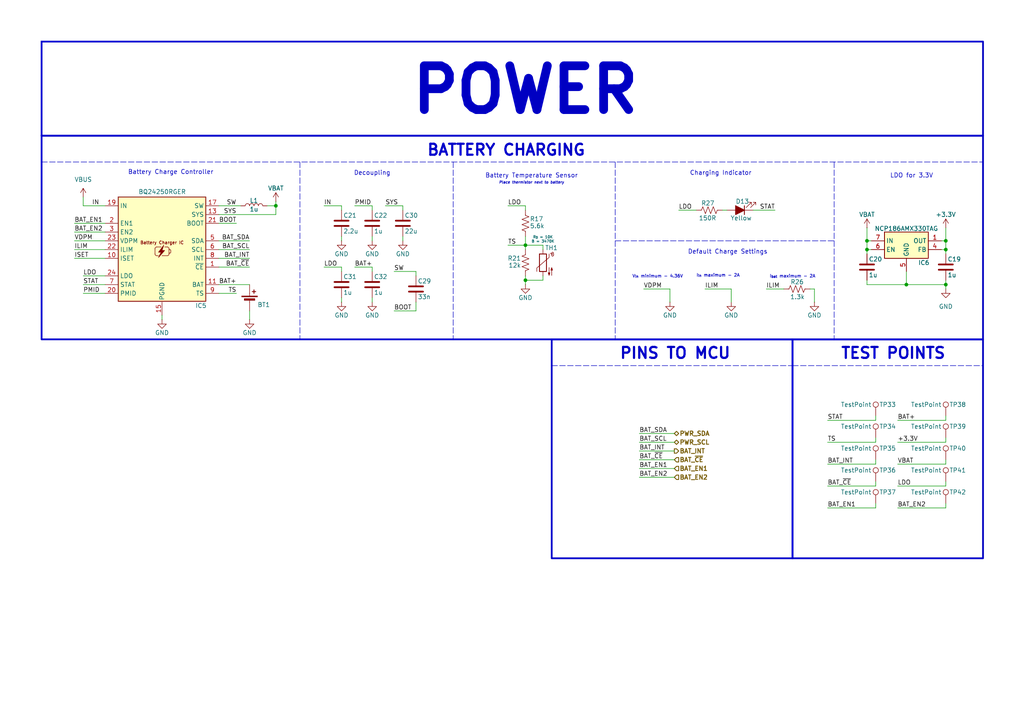
<source format=kicad_sch>
(kicad_sch (version 20231120) (generator "eeschema") (generator_version "8.0")
  (paper "A4")
  (lib_symbols
    (symbol "AA_Power_ICs:BQ24250RGET"
      (property "Reference" "IC5" (at 9.652 -18.796 0))
      (property "Value" "BQ24250RGER" (at -6.858 14.224 0))
      (symbol "BQ24250RGET_0_1"
        (arc (start -2.032 -3.81) (mid -1.8832 -4.1692) (end -1.524 -4.318))
        (arc (start -1.524 -1.778) (mid -1.8832 -1.9268) (end -2.032 -2.286))
        (polyline (pts (xy -2.032 -2.286) (xy -2.032 -3.81)))
        (polyline (pts (xy -1.524 -4.318) (xy -1.016 -4.318)))
        (polyline (pts (xy -1.524 -1.778) (xy -0.254 -1.778)))
        (polyline (pts (xy 1.524 -4.318) (xy 0 -4.318)))
        (polyline (pts (xy 1.524 -1.778) (xy 0.762 -1.778)))
        (polyline (pts (xy 2.032 -3.81) (xy 2.032 -2.286)))
        (polyline (pts (xy 2.286 -3.556) (xy 2.032 -3.556)))
        (polyline (pts (xy 2.286 -2.54) (xy 2.032 -2.54)))
        (polyline (pts (xy 2.54 -3.302) (xy 2.54 -2.794)))
        (polyline (pts (xy 0 -2.794) (xy 0.762 -2.794) (xy -1.016 -4.826) (xy -0.254 -3.302) (xy -1.016 -3.302) (xy 0.508 -1.27) (xy 0 -2.794)) (fill (type outline)))
        (arc (start 1.524 -4.318) (mid 1.8847 -4.1707) (end 2.032 -3.81))
        (arc (start 2.032 -2.286) (mid 1.8818 -1.9282) (end 1.524 -1.778))
        (arc (start 2.286 -3.556) (mid 2.4656 -3.4816) (end 2.54 -3.302))
        (arc (start 2.54 -2.794) (mid 2.4656 -2.6144) (end 2.286 -2.54))
      )
      (symbol "BQ24250RGET_1_1"
        (rectangle (start -12.7 12.7) (end 12.7 -17.526) (stroke (width 0.254)) (fill (type background)))
        (text "Battery Charger IC" (at 0 -0.508 0) (effects (font (size 0.889 0.889))))
        (pin passive line (at 16.51 -7.62 180) (length 3.81) (name "~{CE}") (number "1"))
        (pin passive line (at -16.51 -5.08 0) (length 3.81) (name "ISET") (number "10"))
        (pin passive line (at 16.51 -12.7 180) (length 3.81) (name "BAT") (number "11"))
        (pin passive line (at 16.51 -12.7 180) (length 3.81) hide (name "BAT") (number "12"))
        (pin passive line (at 16.51 7.62 180) (length 3.81) (name "SYS") (number "13"))
        (pin passive line (at 16.51 7.62 180) (length 3.81) hide (name "SYS") (number "14"))
        (pin passive line (at 0 -21.59 90) (length 3.81) (name "PGND") (number "15"))
        (pin passive line (at 0 -21.59 90) (length 3.81) hide (name "PGND") (number "16"))
        (pin passive line (at 16.51 10.16 180) (length 3.81) (name "SW") (number "17"))
        (pin passive line (at 16.51 10.16 180) (length 3.81) hide (name "SW") (number "18"))
        (pin passive line (at -16.51 10.16 0) (length 3.81) (name "IN") (number "19"))
        (pin passive line (at -16.51 5.08 0) (length 3.81) (name "EN1") (number "2"))
        (pin passive line (at -16.51 -15.24 0) (length 3.81) (name "PMID") (number "20"))
        (pin passive line (at 16.51 5.08 180) (length 3.81) (name "BOOT") (number "21"))
        (pin passive line (at -16.51 -2.54 0) (length 3.81) (name "ILIM") (number "22"))
        (pin passive line (at -16.51 0 0) (length 3.81) (name "VDPM") (number "23"))
        (pin passive line (at -16.51 -10.16 0) (length 3.81) (name "LDO") (number "24"))
        (pin passive line (at 0 -21.59 90) (length 3.81) hide (name "EP") (number "25"))
        (pin passive line (at -16.51 2.54 0) (length 3.81) (name "EN2") (number "3"))
        (pin passive line (at 0 -21.59 90) (length 3.81) hide (name "AGND") (number "4"))
        (pin passive line (at 16.51 0 180) (length 3.81) (name "SDA") (number "5"))
        (pin passive line (at 16.51 -2.54 180) (length 3.81) (name "SCL") (number "6"))
        (pin passive line (at -16.51 -12.7 0) (length 3.81) (name "STAT") (number "7"))
        (pin passive line (at 16.51 -5.08 180) (length 3.81) (name "INT") (number "8"))
        (pin passive line (at 16.51 -15.24 180) (length 3.81) (name "TS") (number "9"))
      )
    )
    (symbol "AA_Power_ICs:NCP186AMX330TAG"
      (property "Reference" "IC" (at 4.318 -4.318 0))
      (property "Value" "NCP186AMX330TAG" (at -9.398 5.588 0))
      (symbol "NCP186AMX330TAG_1_1"
        (rectangle (start -6.35 3.81) (end 6.35 -3.81) (stroke (width 0.254)) (fill (type background)))
        (pin output line (at 10.16 1.27 180) (length 3.81) (name "OUT") (number "1"))
        (pin output line (at 10.16 1.27 180) (length 3.81) hide (name "OUT") (number "2"))
        (pin power_in line (at 0 -7.62 90) (length 3.81) hide (name "NC") (number "3"))
        (pin input line (at 10.16 -1.27 180) (length 3.81) (name "FB") (number "4"))
        (pin power_in line (at 0 -7.62 90) (length 3.81) (name "GND") (number "5"))
        (pin input line (at -10.16 -1.27 0) (length 3.81) (name "EN") (number "6"))
        (pin input line (at -10.16 1.27 0) (length 3.81) (name "IN") (number "7"))
        (pin input line (at -10.16 1.27 0) (length 3.81) hide (name "IN") (number "8"))
        (pin power_in line (at 0 -7.62 90) (length 3.81) hide (name "EPAD") (number "9"))
      )
    )
    (symbol "Connector:TestPoint" (pin_numbers hide) (pin_names (offset 0.762) hide)
      (property "Reference" "TP" (at 0 6.858 0))
      (property "Value" "TestPoint" (at 0 5.08 0))
      (symbol "TestPoint_0_1"
        (circle (center 0 3.302) (radius 0.762))
      )
      (symbol "TestPoint_1_1"
        (pin passive line (at 0 0 90) (length 2.54) (name "1") (number "1"))
      )
    )
    (symbol "Device:Battery_Cell" (pin_numbers hide) (pin_names (offset 0) hide)
      (property "Reference" "BT" (at 2.54 2.54 0))
      (property "Value" "Battery_Cell" (at 2.54 0 0))
      (symbol "Battery_Cell_0_1"
        (rectangle (start -2.286 1.778) (end 2.286 1.524) (fill (type outline)))
        (rectangle (start -1.524 1.016) (end 1.524 0.508) (fill (type outline)))
        (polyline (pts (xy 0 0.762) (xy 0 0)))
        (polyline (pts (xy 0 1.778) (xy 0 2.54)))
        (polyline (pts (xy 0.762 3.048) (xy 1.778 3.048)) (stroke (width 0.254)))
        (polyline (pts (xy 1.27 3.556) (xy 1.27 2.54)) (stroke (width 0.254)))
      )
      (symbol "Battery_Cell_1_1"
        (pin passive line (at 0 5.08 270) (length 2.54) (name "+") (number "1"))
        (pin passive line (at 0 -2.54 90) (length 2.54) (name "-") (number "2"))
      )
    )
    (symbol "Device:C" (pin_numbers hide) (pin_names (offset 0.254))
      (property "Reference" "C" (at 0.635 2.54 0))
      (property "Value" "C" (at 0.635 -2.54 0))
      (symbol "C_0_1"
        (polyline (pts (xy -2.032 -0.762) (xy 2.032 -0.762)) (stroke (width 0.508)))
        (polyline (pts (xy -2.032 0.762) (xy 2.032 0.762)) (stroke (width 0.508)))
      )
      (symbol "C_1_1"
        (pin passive line (at 0 3.81 270) (length 2.794) (name "~") (number "1"))
        (pin passive line (at 0 -3.81 90) (length 2.794) (name "~") (number "2"))
      )
    )
    (symbol "Device:L" (pin_numbers hide) (pin_names (offset 1.016) hide)
      (property "Reference" "L" (at -1.27 0 90))
      (property "Value" "L" (at 1.905 0 90))
      (symbol "L_0_1"
        (arc (start 0 -2.54) (mid 0.6323 -1.905) (end 0 -1.27))
        (arc (start 0 -1.27) (mid 0.6323 -0.635) (end 0 0))
        (arc (start 0 0) (mid 0.6323 0.635) (end 0 1.27))
        (arc (start 0 1.27) (mid 0.6323 1.905) (end 0 2.54))
      )
      (symbol "L_1_1"
        (pin passive line (at 0 3.81 270) (length 1.27) (name "1") (number "1"))
        (pin passive line (at 0 -3.81 90) (length 1.27) (name "2") (number "2"))
      )
    )
    (symbol "Device:LED_Filled" (pin_numbers hide) (pin_names (offset 1.016) hide)
      (property "Reference" "D" (at 0 2.54 0))
      (property "Value" "LED_Filled" (at 0 -2.54 0))
      (symbol "LED_Filled_0_1"
        (polyline (pts (xy -1.27 -1.27) (xy -1.27 1.27)) (stroke (width 0.254)))
        (polyline (pts (xy -1.27 0) (xy 1.27 0)))
        (polyline (pts (xy 1.27 -1.27) (xy 1.27 1.27) (xy -1.27 0) (xy 1.27 -1.27)) (stroke (width 0.254)) (fill (type outline)))
        (polyline (pts (xy -3.048 -0.762) (xy -4.572 -2.286) (xy -3.81 -2.286) (xy -4.572 -2.286) (xy -4.572 -1.524)))
        (polyline (pts (xy -1.778 -0.762) (xy -3.302 -2.286) (xy -2.54 -2.286) (xy -3.302 -2.286) (xy -3.302 -1.524)))
      )
      (symbol "LED_Filled_1_1"
        (pin passive line (at -3.81 0 0) (length 2.54) (name "K") (number "1"))
        (pin passive line (at 3.81 0 180) (length 2.54) (name "A") (number "2"))
      )
    )
    (symbol "Device:R_US" (pin_numbers hide) (pin_names (offset 0))
      (property "Reference" "R" (at 2.54 0 90))
      (property "Value" "R_US" (at -2.54 0 90))
      (symbol "R_US_0_1"
        (polyline (pts (xy 0 -2.286) (xy 0 -2.54)))
        (polyline (pts (xy 0 2.286) (xy 0 2.54)))
        (polyline (pts (xy 0 -0.762) (xy 1.016 -1.143) (xy 0 -1.524) (xy -1.016 -1.905) (xy 0 -2.286)))
        (polyline (pts (xy 0 0.762) (xy 1.016 0.381) (xy 0 0) (xy -1.016 -0.381) (xy 0 -0.762)))
        (polyline (pts (xy 0 2.286) (xy 1.016 1.905) (xy 0 1.524) (xy -1.016 1.143) (xy 0 0.762)))
      )
      (symbol "R_US_1_1"
        (pin passive line (at 0 3.81 270) (length 1.27) (name "~") (number "1"))
        (pin passive line (at 0 -3.81 90) (length 1.27) (name "~") (number "2"))
      )
    )
    (symbol "Device:Thermistor_NTC" (pin_numbers hide) (pin_names (offset 0))
      (property "Reference" "TH" (at -4.445 0 90))
      (property "Value" "Thermistor_NTC" (at 3.175 0 90))
      (symbol "Thermistor_NTC_0_1"
        (arc (start -3.048 2.159) (mid -3.0495 2.3143) (end -3.175 2.413))
        (arc (start -3.048 2.159) (mid -2.9736 1.9794) (end -2.794 1.905))
        (arc (start -3.048 2.794) (mid -2.9736 2.6144) (end -2.794 2.54))
        (arc (start -2.794 1.905) (mid -2.6144 1.9794) (end -2.54 2.159))
        (arc (start -2.794 2.54) (mid -2.4393 2.5587) (end -2.159 2.794))
        (arc (start -2.794 3.048) (mid -2.9736 2.9736) (end -3.048 2.794))
        (arc (start -2.54 2.794) (mid -2.6144 2.9736) (end -2.794 3.048))
        (rectangle (start -1.016 2.54) (end 1.016 -2.54) (stroke (width 0.254)))
        (polyline (pts (xy -2.54 2.159) (xy -2.54 2.794)))
        (polyline (pts (xy -1.778 2.54) (xy -1.778 1.524) (xy 1.778 -1.524) (xy 1.778 -2.54)))
        (polyline (pts (xy -2.54 -3.683) (xy -2.54 -1.397) (xy -2.794 -2.159) (xy -2.286 -2.159) (xy -2.54 -1.397) (xy -2.54 -1.651)) (fill (type outline)))
        (polyline (pts (xy -1.778 -1.397) (xy -1.778 -3.683) (xy -2.032 -2.921) (xy -1.524 -2.921) (xy -1.778 -3.683) (xy -1.778 -3.429)) (fill (type outline)))
      )
      (symbol "Thermistor_NTC_1_1"
        (pin passive line (at 0 3.81 270) (length 1.27) (name "~") (number "1"))
        (pin passive line (at 0 -3.81 90) (length 1.27) (name "~") (number "2"))
      )
    )
    (symbol "power:+3.3V" (power) (pin_numbers hide) (pin_names (offset 0) hide)
      (property "Value" "+3.3V" (at 0 3.556 0))
      (symbol "+3.3V_0_1"
        (polyline (pts (xy -0.762 1.27) (xy 0 2.54)))
        (polyline (pts (xy 0 0) (xy 0 2.54)))
        (polyline (pts (xy 0 2.54) (xy 0.762 1.27)))
      )
      (symbol "+3.3V_1_1"
        (pin power_in line (at 0 0 90) (length 0) (name "~") (number "1"))
      )
    )
    (symbol "power:GND" (power) (pin_numbers hide) (pin_names (offset 0) hide)
      (property "Value" "GND" (at 0 -3.81 0))
      (symbol "GND_0_1"
        (polyline (pts (xy 0 0) (xy 0 -1.27) (xy 1.27 -1.27) (xy 0 -2.54) (xy -1.27 -1.27) (xy 0 -1.27)))
      )
      (symbol "GND_1_1"
        (pin power_in line (at 0 0 270) (length 0) (name "~") (number "1"))
      )
    )
    (symbol "power:VBUS" (power) (pin_numbers hide) (pin_names (offset 0) hide)
      (property "Value" "VBUS" (at 0 3.556 0))
      (symbol "VBUS_0_1"
        (polyline (pts (xy -0.762 1.27) (xy 0 2.54)))
        (polyline (pts (xy 0 0) (xy 0 2.54)))
        (polyline (pts (xy 0 2.54) (xy 0.762 1.27)))
      )
      (symbol "VBUS_1_1"
        (pin power_in line (at 0 0 90) (length 0) (name "~") (number "1"))
      )
    )
  )
  (junction (at 251.46 69.85))
  (junction (at 274.32 82.55))
  (junction (at 262.89 82.55))
  (junction (at 152.4 71.12))
  (junction (at 274.32 72.39))
  (junction (at 251.46 72.39))
  (junction (at 80.01 59.69))
  (junction (at 274.32 69.85))
  (junction (at 152.4 81.28))
  (wire (pts (xy 240.03 134.62) (xy 254 134.62)))
  (wire (pts (xy 147.32 71.12) (xy 152.4 71.12)))
  (wire (pts (xy 21.59 69.85) (xy 30.48 69.85)))
  (wire (pts (xy 116.84 59.69) (xy 111.76 59.69)))
  (wire (pts (xy 260.35 140.97) (xy 274.32 140.97)))
  (wire (pts (xy 107.95 77.47) (xy 102.87 77.47)))
  (wire (pts (xy 260.35 134.62) (xy 274.32 134.62)))
  (wire (pts (xy 254 147.32) (xy 254 146.05)))
  (wire (pts (xy 152.4 68.58) (xy 152.4 71.12)))
  (wire (pts (xy 21.59 67.31) (xy 30.48 67.31)))
  (wire (pts (xy 152.4 59.69) (xy 152.4 60.96)))
  (wire (pts (xy 24.13 82.55) (xy 30.48 82.55)))
  (polyline (pts (xy 12.065 46.99) (xy 285.115 46.99)) (stroke (width 0) (type dash)))
  (wire (pts (xy 274.32 82.55) (xy 274.32 83.82)))
  (wire (pts (xy 236.22 83.82) (xy 236.22 87.63)))
  (wire (pts (xy 240.03 121.92) (xy 254 121.92)))
  (wire (pts (xy 21.59 72.39) (xy 30.48 72.39)))
  (wire (pts (xy 274.32 121.92) (xy 274.32 120.65)))
  (wire (pts (xy 185.42 125.73) (xy 195.58 125.73)))
  (wire (pts (xy 24.13 85.09) (xy 30.48 85.09)))
  (polyline (pts (xy 131.445 46.99) (xy 131.445 98.425)) (stroke (width 0) (type dash)))
  (wire (pts (xy 152.4 71.12) (xy 152.4 72.39)))
  (wire (pts (xy 63.5 82.55) (xy 72.39 82.55)))
  (wire (pts (xy 107.95 78.74) (xy 107.95 77.47)))
  (wire (pts (xy 63.5 62.23) (xy 80.01 62.23)))
  (wire (pts (xy 157.48 81.28) (xy 157.48 80.01)))
  (wire (pts (xy 186.69 83.82) (xy 194.31 83.82)))
  (wire (pts (xy 24.13 59.69) (xy 30.48 59.69)))
  (wire (pts (xy 251.46 72.39) (xy 252.73 72.39)))
  (wire (pts (xy 185.42 135.89) (xy 195.58 135.89)))
  (wire (pts (xy 251.46 81.28) (xy 251.46 82.55)))
  (wire (pts (xy 63.5 74.93) (xy 72.39 74.93)))
  (wire (pts (xy 274.32 69.85) (xy 273.05 69.85)))
  (wire (pts (xy 24.13 59.69) (xy 24.13 57.15)))
  (wire (pts (xy 114.3 90.17) (xy 120.65 90.17)))
  (wire (pts (xy 185.42 130.81) (xy 195.58 130.81)))
  (wire (pts (xy 194.31 83.82) (xy 194.31 87.63)))
  (polyline (pts (xy 160.02 106.045) (xy 229.87 106.045)) (stroke (width 0) (type dash)))
  (wire (pts (xy 251.46 72.39) (xy 251.46 73.66)))
  (wire (pts (xy 21.59 74.93) (xy 30.48 74.93)))
  (wire (pts (xy 254 134.62) (xy 254 133.35)))
  (wire (pts (xy 107.95 68.58) (xy 107.95 69.85)))
  (wire (pts (xy 120.65 78.74) (xy 120.65 80.01)))
  (wire (pts (xy 234.95 83.82) (xy 236.22 83.82)))
  (wire (pts (xy 274.32 72.39) (xy 274.32 69.85)))
  (wire (pts (xy 152.4 81.28) (xy 152.4 82.55)))
  (wire (pts (xy 254 140.97) (xy 254 139.7)))
  (wire (pts (xy 251.46 69.85) (xy 251.46 72.39)))
  (wire (pts (xy 80.01 62.23) (xy 80.01 59.69)))
  (wire (pts (xy 209.55 60.96) (xy 210.82 60.96)))
  (wire (pts (xy 254 121.92) (xy 254 120.65)))
  (wire (pts (xy 185.42 138.43) (xy 195.58 138.43)))
  (wire (pts (xy 99.06 77.47) (xy 99.06 78.74)))
  (wire (pts (xy 240.03 128.27) (xy 254 128.27)))
  (wire (pts (xy 274.32 147.32) (xy 274.32 146.05)))
  (wire (pts (xy 260.35 147.32) (xy 274.32 147.32)))
  (wire (pts (xy 262.89 78.74) (xy 262.89 82.55)))
  (wire (pts (xy 222.25 83.82) (xy 227.33 83.82)))
  (wire (pts (xy 274.32 82.55) (xy 274.32 81.28)))
  (wire (pts (xy 274.32 128.27) (xy 274.32 127)))
  (wire (pts (xy 116.84 60.96) (xy 116.84 59.69)))
  (wire (pts (xy 273.05 72.39) (xy 274.32 72.39)))
  (wire (pts (xy 274.32 72.39) (xy 274.32 73.66)))
  (wire (pts (xy 252.73 69.85) (xy 251.46 69.85)))
  (wire (pts (xy 72.39 90.17) (xy 72.39 92.71)))
  (wire (pts (xy 240.03 140.97) (xy 254 140.97)))
  (wire (pts (xy 63.5 72.39) (xy 72.39 72.39)))
  (wire (pts (xy 114.3 78.74) (xy 120.65 78.74)))
  (wire (pts (xy 157.48 72.39) (xy 157.48 71.12)))
  (wire (pts (xy 185.42 128.27) (xy 195.58 128.27)))
  (wire (pts (xy 24.13 80.01) (xy 30.48 80.01)))
  (wire (pts (xy 260.35 121.92) (xy 274.32 121.92)))
  (wire (pts (xy 99.06 59.69) (xy 99.06 60.96)))
  (wire (pts (xy 254 128.27) (xy 254 127)))
  (wire (pts (xy 63.5 69.85) (xy 72.39 69.85)))
  (wire (pts (xy 63.5 59.69) (xy 69.85 59.69)))
  (wire (pts (xy 93.98 77.47) (xy 99.06 77.47)))
  (wire (pts (xy 107.95 59.69) (xy 102.87 59.69)))
  (wire (pts (xy 116.84 68.58) (xy 116.84 69.85)))
  (wire (pts (xy 218.44 60.96) (xy 224.79 60.96)))
  (wire (pts (xy 240.03 147.32) (xy 254 147.32)))
  (polyline (pts (xy 86.995 46.99) (xy 86.995 98.425)) (stroke (width 0) (type dash)))
  (wire (pts (xy 274.32 140.97) (xy 274.32 139.7)))
  (polyline (pts (xy 178.435 69.85) (xy 241.935 69.85)) (stroke (width 0) (type dash)))
  (wire (pts (xy 120.65 90.17) (xy 120.65 87.63)))
  (polyline (pts (xy 241.935 46.99) (xy 241.935 98.425)) (stroke (width 0) (type dash)))
  (polyline (pts (xy 178.435 46.99) (xy 178.435 98.425)) (stroke (width 0) (type dash)))
  (wire (pts (xy 21.59 64.77) (xy 30.48 64.77)))
  (wire (pts (xy 274.32 82.55) (xy 262.89 82.55)))
  (wire (pts (xy 80.01 59.69) (xy 80.01 58.42)))
  (wire (pts (xy 68.58 64.77) (xy 63.5 64.77)))
  (wire (pts (xy 152.4 81.28) (xy 152.4 80.01)))
  (wire (pts (xy 63.5 85.09) (xy 68.58 85.09)))
  (wire (pts (xy 274.32 134.62) (xy 274.32 133.35)))
  (wire (pts (xy 185.42 133.35) (xy 195.58 133.35)))
  (wire (pts (xy 260.35 128.27) (xy 274.32 128.27)))
  (wire (pts (xy 99.06 68.58) (xy 99.06 69.85)))
  (wire (pts (xy 251.46 66.04) (xy 251.46 69.85)))
  (wire (pts (xy 196.85 60.96) (xy 201.93 60.96)))
  (wire (pts (xy 152.4 81.28) (xy 157.48 81.28)))
  (wire (pts (xy 77.47 59.69) (xy 80.01 59.69)))
  (wire (pts (xy 93.98 59.69) (xy 99.06 59.69)))
  (wire (pts (xy 157.48 71.12) (xy 152.4 71.12)))
  (wire (pts (xy 63.5 77.47) (xy 72.39 77.47)))
  (wire (pts (xy 274.32 66.04) (xy 274.32 69.85)))
  (wire (pts (xy 107.95 86.36) (xy 107.95 87.63)))
  (wire (pts (xy 204.47 83.82) (xy 212.09 83.82)))
  (wire (pts (xy 251.46 82.55) (xy 262.89 82.55)))
  (wire (pts (xy 46.99 91.44) (xy 46.99 92.71)))
  (wire (pts (xy 212.09 83.82) (xy 212.09 87.63)))
  (polyline (pts (xy 229.87 106.045) (xy 285.115 106.045)) (stroke (width 0) (type dash)))
  (wire (pts (xy 99.06 86.36) (xy 99.06 87.63)))
  (wire (pts (xy 147.32 59.69) (xy 152.4 59.69)))
  (wire (pts (xy 107.95 59.69) (xy 107.95 60.96)))
  (rectangle (start 12.065 39.37) (end 285.115 98.425) (stroke (width 0.508)))
  (rectangle (start 12.065 12.065) (end 285.115 39.37) (stroke (width 0.508)))
  (rectangle (start 160.02 98.425) (end 229.87 161.925) (stroke (width 0.508)))
  (rectangle (start 229.87 98.425) (end 285.115 161.925) (stroke (width 0.508)))
  (text "Battery Temperature Sensor" (at 154.178 51.054 0) (effects (font (size 1.27 1.27))))
  (text "Place thermistor next to battery" (at 154.178 53.086 0) (effects (font (size 0.762 0.762) (italic yes))))
  (text "Charging Indicator" (at 209.042 50.292 0) (effects (font (size 1.27 1.27))))
  (text "Decoupling" (at 107.95 50.292 0) (effects (font (size 1.27 1.27))))
  (text "I_{bat} maximum - 2A" (at 229.87 80.264 0) (effects (font (size 0.889 0.889))))
  (text "BATTERY CHARGING" (at 146.812 43.688 0) (effects (font (size 3.175 3.175) (thickness 0.635) (bold yes))))
  (text "PINS TO MCU" (at 195.834 102.616 0) (effects (font (size 3.175 3.175) (thickness 0.635) (bold yes))))
  (text "Battery Charge Controller" (at 49.53 50.038 0) (effects (font (size 1.27 1.27))))
  (text "LDO for 3.3V" (at 264.414 51.054 0) (effects (font (size 1.27 1.27))))
  (text "I_{in} maximum - 2A" (at 208.28 80.01 0) (effects (font (size 0.889 0.889))))
  (text "Default Charge Settings" (at 211.074 73.152 0) (effects (font (size 1.27 1.27))))
  (text "TEST POINTS" (at 259.08 102.616 0) (effects (font (size 3.175 3.175) (thickness 0.635) (bold yes))))
  (text "POWER" (at 152.4 26.289 0) (effects (font (size 12.7 12.7) (thickness 2.54) (bold yes))))
  (text "R_{0} = 10K\nB = 3470K" (at 157.48 69.596 0) (effects (font (size 0.762 0.762))))
  (text "V_{in} minimum - 4.36V" (at 190.754 80.264 0) (effects (font (size 0.889 0.889))))
  (label "SYS" (at 68.58 62.23 180))
  (label "LDO" (at 93.98 77.47 0))
  (label "BAT_INT" (at 185.42 130.81 0))
  (label "BAT+" (at 260.35 121.92 0))
  (label "VBAT" (at 260.35 134.62 0))
  (label "BAT_SCL" (at 185.42 128.27 0))
  (label "PMID" (at 24.13 85.09 0))
  (label "BAT+" (at 102.87 77.47 0))
  (label "BAT_EN2" (at 260.35 147.32 0))
  (label "BAT_EN2" (at 21.59 67.31 0))
  (label "LDO" (at 196.85 60.96 0))
  (label "TS" (at 240.03 128.27 0))
  (label "STAT" (at 224.79 60.96 180))
  (label "STAT" (at 240.03 121.92 0))
  (label "BAT_INT" (at 72.39 74.93 180))
  (label "BAT_SCL" (at 72.39 72.39 180))
  (label "ILIM" (at 21.59 72.39 0))
  (label "LDO" (at 147.32 59.69 0))
  (label "ILIM" (at 222.25 83.82 0))
  (label "BAT_~{CE}" (at 185.42 133.35 0))
  (label "ISET" (at 21.59 74.93 0))
  (label "SW" (at 68.58 59.69 180))
  (label "BAT_SDA" (at 72.39 69.85 180))
  (label "BAT_EN2" (at 185.42 138.43 0))
  (label "SW" (at 114.3 78.74 0))
  (label "ILIM" (at 204.47 83.82 0))
  (label "+3.3V" (at 260.35 128.27 0))
  (label "LDO" (at 260.35 140.97 0))
  (label "PMID" (at 102.87 59.69 0))
  (label "IN" (at 93.98 59.69 0))
  (label "TS" (at 147.32 71.12 0))
  (label "BAT_SDA" (at 185.42 125.73 0))
  (label "BAT_~{CE}" (at 240.03 140.97 0))
  (label "IN" (at 26.67 59.69 0))
  (label "BAT_EN1" (at 185.42 135.89 0))
  (label "BAT+" (at 68.58 82.55 180))
  (label "TS" (at 68.58 85.09 180))
  (label "BAT_EN1" (at 240.03 147.32 0))
  (label "VDPM" (at 186.69 83.82 0))
  (label "BOOT" (at 114.3 90.17 0))
  (label "STAT" (at 24.13 82.55 0))
  (label "LDO" (at 24.13 80.01 0))
  (label "VDPM" (at 21.59 69.85 0))
  (label "BAT_EN1" (at 21.59 64.77 0))
  (label "BAT_INT" (at 240.03 134.62 0))
  (label "SYS" (at 111.76 59.69 0))
  (label "BAT_~{CE}" (at 72.39 77.47 180))
  (label "BOOT" (at 68.58 64.77 180))
  (hierarchical_label "PWR_SDA" (shape bidirectional) (at 195.58 125.73 0) (effects (font (bold yes))))
  (hierarchical_label "BAT_EN1" (shape input) (at 195.58 135.89 0) (effects (font (bold yes))))
  (hierarchical_label "PWR_SCL" (shape bidirectional) (at 195.58 128.27 0) (effects (font (bold yes))))
  (hierarchical_label "BAT_EN2" (shape input) (at 195.58 138.43 0) (effects (font (bold yes))))
  (hierarchical_label "BAT_~{CE}" (shape input) (at 195.58 133.35 0) (effects (font (bold yes))))
  (hierarchical_label "BAT_INT" (shape output) (at 195.58 130.81 0) (effects (font (bold yes))))
  (symbol (lib_id "power:GND") (at 212.09 87.63 0) (unit 1)
    (property "Reference" "#PWR063" (effects (hide yes)))
    (property "Value" "GND" (at 212.09 91.44 0))
    (property "Description" "Power symbol creates a global label with name \"GND\" , ground" (effects (hide yes)))
  )
  (symbol (lib_id "Device:C") (at 120.65 83.82 0) (unit 1)
    (property "Reference" "C29" (at 121.158 81.534 0) (effects (justify left)))
    (property "Value" "33n" (at 121.158 86.106 0) (effects (justify left)))
    (property "Footprint" "Capacitor_SMD:C_0805_2012Metric" (effects (hide yes)))
    (property "Description" "Unpolarized capacitor" (effects (hide yes)))
  )
  (symbol (lib_id "Connector:TestPoint") (at 274.32 139.7 0) (unit 1)
    (property "Reference" "TP41" (at 275.336 136.398 0) (effects (justify left)))
    (property "Value" "TestPoint" (at 264.16 136.398 0) (effects (justify left)))
    (property "Footprint" "AA_TestPoints:RCWCTE" (effects (hide yes)))
    (property "Description" "test point" (effects (hide yes)))
  )
  (symbol (lib_id "Device:C") (at 274.32 77.47 0) (unit 1)
    (property "Reference" "C19" (at 274.828 75.184 0) (effects (justify left)))
    (property "Value" "1u" (at 274.828 79.756 0) (effects (justify left)))
    (property "Footprint" "Capacitor_SMD:C_0805_2012Metric" (effects (hide yes)))
    (property "Description" "Unpolarized capacitor" (effects (hide yes)))
  )
  (symbol (lib_id "Device:C") (at 107.95 64.77 0) (unit 1)
    (property "Reference" "C22" (at 108.458 62.484 0) (effects (justify left)))
    (property "Value" "1u" (at 108.458 67.056 0) (effects (justify left)))
    (property "Footprint" "Capacitor_SMD:C_0805_2012Metric" (effects (hide yes)))
    (property "Description" "Unpolarized capacitor" (effects (hide yes)))
  )
  (symbol (lib_id "Connector:TestPoint") (at 254 133.35 0) (unit 1)
    (property "Reference" "TP35" (at 255.016 130.048 0) (effects (justify left)))
    (property "Value" "TestPoint" (at 243.84 130.048 0) (effects (justify left)))
    (property "Footprint" "AA_TestPoints:RCWCTE" (effects (hide yes)))
    (property "Description" "test point" (effects (hide yes)))
  )
  (symbol (lib_id "AA_Power_ICs:BQ24250RGET") (at 46.99 69.85 0) (unit 1)
    (property "Reference" "IC5" (at 56.642 88.646 0) (effects (justify left)))
    (property "Value" "BQ24250RGER" (at 40.132 55.626 0) (effects (justify left)))
    (property "Footprint" "QFN:QFN50P400X400X100-25N-D" (effects (hide yes)))
    (property "Datasheet" "https://www.ti.com/lit/ds/symlink/bq24250.pdf" (effects (hide yes)))
    (property "Description" "2A Single Input I2C/Standalone Switch-Mode Li-Ion Battery Charger" (effects (hide yes)))
    (property "Height" "1" (effects (hide yes)))
    (property "Manufacturer_Name" "Texas Instruments" (effects (hide yes)))
  )
  (symbol (lib_id "Device:R_US") (at 152.4 64.77 0) (unit 1)
    (property "Reference" "R17" (at 153.67 63.5 0) (effects (justify left)))
    (property "Value" "5.6k" (at 153.67 65.532 0) (effects (justify left)))
    (property "Footprint" "Resistor_SMD:R_0805_2012Metric" (effects (hide yes)))
    (property "Description" "Resistor, US symbol" (effects (hide yes)))
  )
  (symbol (lib_id "Device:Thermistor_NTC") (at 157.48 76.2 0) (mirror y) (unit 1)
    (property "Reference" "TH1" (at 161.798 71.882 0) (effects (justify left)))
    (property "Value" "R_{0}= 10K, B = 3470K" (effects (hide yes)))
    (property "Footprint" "AA_Resistors:MF52A2103J3470" (effects (hide yes)))
    (property "Description" "Temperature dependent resistor, negative temperature coefficient" (effects (hide yes)))
  )
  (symbol (lib_id "power:GND") (at 152.4 82.55 0) (unit 1)
    (property "Reference" "#PWR059" (effects (hide yes)))
    (property "Value" "GND" (at 152.4 86.36 0))
    (property "Description" "Power symbol creates a global label with name \"GND\" , ground" (effects (hide yes)))
  )
  (symbol (lib_id "Device:R_US") (at 231.14 83.82 90) (unit 1)
    (property "Reference" "R26" (at 233.172 81.788 90) (effects (justify left)))
    (property "Value" "1.3k" (at 233.426 86.106 90) (effects (justify left)))
    (property "Footprint" "Resistor_SMD:R_0805_2012Metric" (effects (hide yes)))
    (property "Description" "Resistor, US symbol" (effects (hide yes)))
  )
  (symbol (lib_id "Connector:TestPoint") (at 254 139.7 0) (unit 1)
    (property "Reference" "TP36" (at 255.016 136.398 0) (effects (justify left)))
    (property "Value" "TestPoint" (at 243.84 136.398 0) (effects (justify left)))
    (property "Footprint" "AA_TestPoints:RCWCTE" (effects (hide yes)))
    (property "Description" "test point" (effects (hide yes)))
  )
  (symbol (lib_id "Connector:TestPoint") (at 254 146.05 0) (unit 1)
    (property "Reference" "TP37" (at 255.016 142.748 0) (effects (justify left)))
    (property "Value" "TestPoint" (at 243.84 142.748 0) (effects (justify left)))
    (property "Footprint" "AA_TestPoints:RCWCTE" (effects (hide yes)))
    (property "Description" "test point" (effects (hide yes)))
  )
  (symbol (lib_id "power:GND") (at 72.39 92.71 0) (unit 1)
    (property "Reference" "#PWR055" (effects (hide yes)))
    (property "Value" "GND" (at 72.39 96.52 0))
    (property "Description" "Power symbol creates a global label with name \"GND\" , ground" (effects (hide yes)))
  )
  (symbol (lib_id "Device:Battery_Cell") (at 72.39 87.63 0) (unit 1)
    (property "Reference" "BT1" (at 74.676 88.392 0) (effects (justify left)))
    (property "Value" "Battery_Cell" (effects (hide yes)))
    (property "Footprint" "AA_Connectors:BH18650PC" (effects (hide yes)))
    (property "Description" "Single-cell battery" (effects (hide yes)))
  )
  (symbol (lib_id "Connector:TestPoint") (at 254 120.65 0) (unit 1)
    (property "Reference" "TP33" (at 255.016 117.348 0) (effects (justify left)))
    (property "Value" "TestPoint" (at 243.84 117.348 0) (effects (justify left)))
    (property "Footprint" "AA_TestPoints:RCWCTE" (effects (hide yes)))
    (property "Description" "test point" (effects (hide yes)))
  )
  (symbol (lib_id "power:+3.3V") (at 251.46 66.04 0) (unit 1)
    (property "Reference" "#PWR049" (effects (hide yes)))
    (property "Value" "VBAT" (at 251.46 62.23 0))
    (property "Description" "Power symbol creates a global label with name \"+3.3V\"" (effects (hide yes)))
  )
  (symbol (lib_id "Device:LED_Filled") (at 214.63 60.96 180) (unit 1)
    (property "Reference" "D13" (at 213.36 58.42 0) (effects (justify right)))
    (property "Value" "Yellow" (at 211.836 63.246 0) (effects (justify right)))
    (property "Footprint" "LED_SMD:LED_0805_2012Metric" (effects (hide yes)))
    (property "Description" "Light emitting diode, filled shape" (effects (hide yes)))
  )
  (symbol (lib_id "Device:L") (at 73.66 59.69 90) (unit 1)
    (property "Reference" "L1" (at 73.66 58.166 90))
    (property "Value" "1u" (at 73.66 60.706 90))
    (property "Footprint" "Inductor_SMD:L_0805_2012Metric" (effects (hide yes)))
    (property "Description" "Inductor" (effects (hide yes)))
  )
  (symbol (lib_id "power:GND") (at 99.06 87.63 0) (unit 1)
    (property "Reference" "#PWR058" (effects (hide yes)))
    (property "Value" "GND" (at 99.06 91.44 0))
    (property "Description" "Power symbol creates a global label with name \"GND\" , ground" (effects (hide yes)))
  )
  (symbol (lib_id "power:+3.3V") (at 274.32 66.04 0) (unit 1)
    (property "Reference" "#PWR052" (effects (hide yes)))
    (property "Value" "+3.3V" (at 274.32 62.23 0))
    (property "Description" "Power symbol creates a global label with name \"+3.3V\"" (effects (hide yes)))
  )
  (symbol (lib_id "Connector:TestPoint") (at 254 127 0) (unit 1)
    (property "Reference" "TP34" (at 255.016 123.698 0) (effects (justify left)))
    (property "Value" "TestPoint" (at 243.84 123.698 0) (effects (justify left)))
    (property "Footprint" "AA_TestPoints:RCWCTE" (effects (hide yes)))
    (property "Description" "test point" (effects (hide yes)))
  )
  (symbol (lib_id "power:+3.3V") (at 80.01 58.42 0) (unit 1)
    (property "Reference" "#PWR060" (effects (hide yes)))
    (property "Value" "VBAT" (at 80.01 54.61 0))
    (property "Description" "Power symbol creates a global label with name \"+3.3V\"" (effects (hide yes)))
  )
  (symbol (lib_id "Device:C") (at 251.46 77.47 0) (unit 1)
    (property "Reference" "C20" (at 251.968 75.184 0) (effects (justify left)))
    (property "Value" "1u" (at 251.968 79.756 0) (effects (justify left)))
    (property "Footprint" "Capacitor_SMD:C_0805_2012Metric" (effects (hide yes)))
    (property "Description" "Unpolarized capacitor" (effects (hide yes)))
  )
  (symbol (lib_id "Connector:TestPoint") (at 274.32 120.65 0) (unit 1)
    (property "Reference" "TP38" (at 275.336 117.348 0) (effects (justify left)))
    (property "Value" "TestPoint" (at 264.16 117.348 0) (effects (justify left)))
    (property "Footprint" "AA_TestPoints:RCWCTE" (effects (hide yes)))
    (property "Description" "test point" (effects (hide yes)))
  )
  (symbol (lib_id "power:GND") (at 116.84 69.85 0) (unit 1)
    (property "Reference" "#PWR056" (effects (hide yes)))
    (property "Value" "GND" (at 116.84 73.66 0))
    (property "Description" "Power symbol creates a global label with name \"GND\" , ground" (effects (hide yes)))
  )
  (symbol (lib_id "power:GND") (at 194.31 87.63 0) (unit 1)
    (property "Reference" "#PWR062" (effects (hide yes)))
    (property "Value" "GND" (at 194.31 91.44 0))
    (property "Description" "Power symbol creates a global label with name \"GND\" , ground" (effects (hide yes)))
  )
  (symbol (lib_id "Device:R_US") (at 152.4 76.2 0) (mirror y) (unit 1)
    (property "Reference" "R21" (at 151.13 74.93 0) (effects (justify left)))
    (property "Value" "12k" (at 151.13 76.962 0) (effects (justify left)))
    (property "Footprint" "Resistor_SMD:R_0805_2012Metric" (effects (hide yes)))
    (property "Description" "Resistor, US symbol" (effects (hide yes)))
  )
  (symbol (lib_id "power:GND") (at 236.22 87.63 0) (unit 1)
    (property "Reference" "#PWR064" (effects (hide yes)))
    (property "Value" "GND" (at 236.22 91.44 0))
    (property "Description" "Power symbol creates a global label with name \"GND\" , ground" (effects (hide yes)))
  )
  (symbol (lib_id "Device:C") (at 116.84 64.77 0) (unit 1)
    (property "Reference" "C30" (at 117.348 62.484 0) (effects (justify left)))
    (property "Value" "22u" (at 117.348 67.056 0) (effects (justify left)))
    (property "Footprint" "Capacitor_SMD:C_0805_2012Metric" (effects (hide yes)))
    (property "Description" "Unpolarized capacitor" (effects (hide yes)))
  )
  (symbol (lib_id "power:GND") (at 46.99 92.71 0) (unit 1)
    (property "Reference" "#PWR044" (effects (hide yes)))
    (property "Value" "GND" (at 46.99 96.52 0))
    (property "Description" "Power symbol creates a global label with name \"GND\" , ground" (effects (hide yes)))
  )
  (symbol (lib_id "Device:C") (at 99.06 82.55 0) (unit 1)
    (property "Reference" "C31" (at 99.568 80.264 0) (effects (justify left)))
    (property "Value" "1u" (at 99.568 84.836 0) (effects (justify left)))
    (property "Footprint" "Capacitor_SMD:C_0805_2012Metric" (effects (hide yes)))
    (property "Description" "Unpolarized capacitor" (effects (hide yes)))
  )
  (symbol (lib_id "AA_Power_ICs:NCP186AMX330TAG") (at 262.89 71.12 0) (unit 1)
    (property "Reference" "IC6" (at 267.97 76.2 0))
    (property "Value" "NCP186AMX330TAG" (at 262.89 66.294 0))
    (property "Footprint" "AA_Power_ICs:NCP186AMX330TAG" (effects (hide yes)))
    (property "Datasheet" "http://www.onsemi.com/pub/Collateral/NCP186-D.PDF" (effects (hide yes)))
    (property "Description" "ON Semiconductor NCP186AMX330TAG, LDO Voltage Regulator, 1A, 3.3 V +/-1%, 1.8  5.5 Vin, 8-Pin XDFN" (effects (hide yes)))
    (property "Height" "0" (effects (hide yes)))
    (property "Manufacturer_Name" "onsemi" (effects (hide yes)))
    (property "Manufacturer_Part_Number" "NCP186AMX330TAG" (effects (hide yes)))
    (property "Arrow Part Number" "NCP186AMX330TAG" (effects (hide yes)))
    (property "Arrow Price/Stock" "https://www.arrow.com/en/products/ncp186amx330tag/on-semiconductor?utm_currency=USD&region=nac" (effects (hide yes)))
  )
  (symbol (lib_id "Connector:TestPoint") (at 274.32 146.05 0) (unit 1)
    (property "Reference" "TP42" (at 275.336 142.748 0) (effects (justify left)))
    (property "Value" "TestPoint" (at 264.16 142.748 0) (effects (justify left)))
    (property "Footprint" "AA_TestPoints:RCWCTE" (effects (hide yes)))
    (property "Description" "test point" (effects (hide yes)))
  )
  (symbol (lib_id "Device:C") (at 107.95 82.55 0) (unit 1)
    (property "Reference" "C32" (at 108.458 80.264 0) (effects (justify left)))
    (property "Value" "1u" (at 108.458 84.836 0) (effects (justify left)))
    (property "Footprint" "Capacitor_SMD:C_0805_2012Metric" (effects (hide yes)))
    (property "Description" "Unpolarized capacitor" (effects (hide yes)))
  )
  (symbol (lib_id "power:GND") (at 107.95 87.63 0) (unit 1)
    (property "Reference" "#PWR061" (effects (hide yes)))
    (property "Value" "GND" (at 107.95 91.44 0))
    (property "Description" "Power symbol creates a global label with name \"GND\" , ground" (effects (hide yes)))
  )
  (symbol (lib_id "power:VBUS") (at 24.13 57.15 0) (unit 1)
    (property "Reference" "#PWR050" (effects (hide yes)))
    (property "Value" "VBUS" (at 24.13 52.07 0))
    (property "Description" "Power symbol creates a global label with name \"VBUS\"" (effects (hide yes)))
  )
  (symbol (lib_id "power:GND") (at 99.06 69.85 0) (unit 1)
    (property "Reference" "#PWR048" (effects (hide yes)))
    (property "Value" "GND" (at 99.06 73.66 0))
    (property "Description" "Power symbol creates a global label with name \"GND\" , ground" (effects (hide yes)))
  )
  (symbol (lib_id "Connector:TestPoint") (at 274.32 133.35 0) (unit 1)
    (property "Reference" "TP40" (at 275.336 130.048 0) (effects (justify left)))
    (property "Value" "TestPoint" (at 264.16 130.048 0) (effects (justify left)))
    (property "Footprint" "AA_TestPoints:RCWCTE" (effects (hide yes)))
    (property "Description" "test point" (effects (hide yes)))
  )
  (symbol (lib_id "Connector:TestPoint") (at 274.32 127 0) (unit 1)
    (property "Reference" "TP39" (at 275.336 123.698 0) (effects (justify left)))
    (property "Value" "TestPoint" (at 264.16 123.698 0) (effects (justify left)))
    (property "Footprint" "AA_TestPoints:RCWCTE" (effects (hide yes)))
    (property "Description" "test point" (effects (hide yes)))
  )
  (symbol (lib_id "Device:R_US") (at 205.74 60.96 90) (unit 1)
    (property "Reference" "R27" (at 207.264 58.928 90) (effects (justify left)))
    (property "Value" "150R" (at 207.772 63.246 90) (effects (justify left)))
    (property "Footprint" "Resistor_SMD:R_0805_2012Metric" (effects (hide yes)))
    (property "Description" "Resistor, US symbol" (effects (hide yes)))
  )
  (symbol (lib_id "Device:C") (at 99.06 64.77 0) (unit 1)
    (property "Reference" "C21" (at 99.568 62.484 0) (effects (justify left)))
    (property "Value" "2.2u" (at 99.568 67.056 0) (effects (justify left)))
    (property "Footprint" "Capacitor_SMD:C_0805_2012Metric" (effects (hide yes)))
    (property "Description" "Unpolarized capacitor" (effects (hide yes)))
  )
  (symbol (lib_id "power:GND") (at 274.32 83.82 0) (unit 1)
    (property "Reference" "#PWR053" (effects (hide yes)))
    (property "Value" "GND" (at 274.32 88.9 0))
    (property "Description" "Power symbol creates a global label with name \"GND\" , ground" (effects (hide yes)))
  )
  (symbol (lib_id "power:GND") (at 107.95 69.85 0) (unit 1)
    (property "Reference" "#PWR057" (effects (hide yes)))
    (property "Value" "GND" (at 107.95 73.66 0))
    (property "Description" "Power symbol creates a global label with name \"GND\" , ground" (effects (hide yes)))
  )
)
</source>
